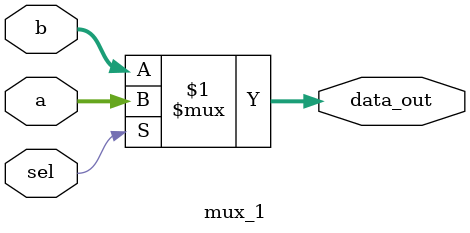
<source format=v>
module mux_1
(
    input [63:0] a, b,
    input sel,
    output [63:0] data_out   
);

assign data_out = sel ? a : b;


endmodule // 
</source>
